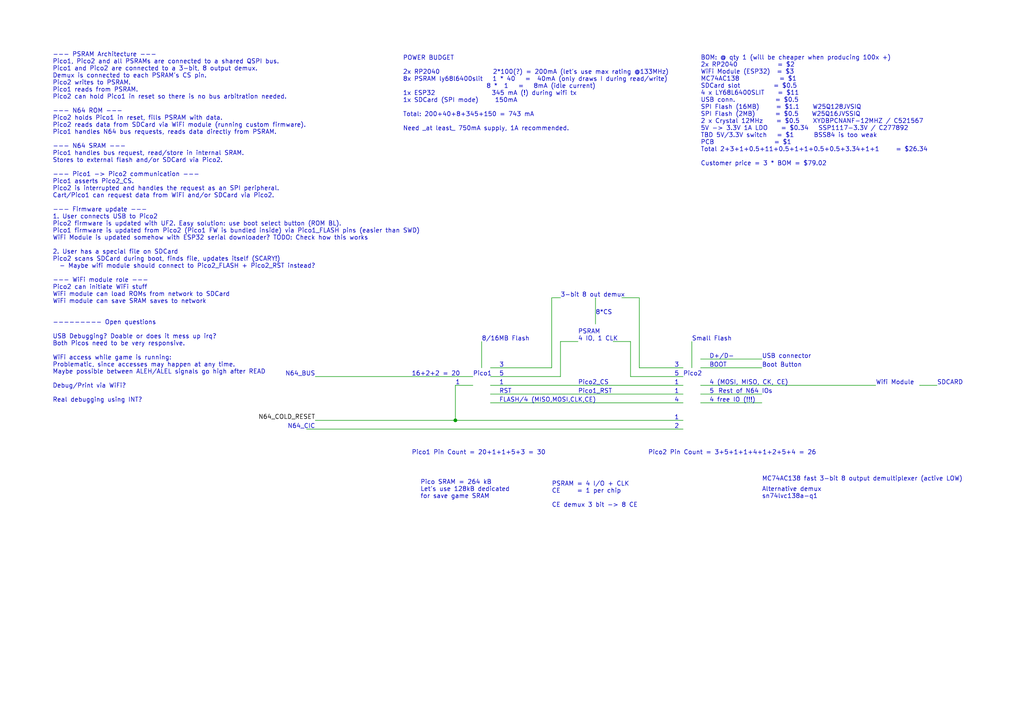
<source format=kicad_sch>
(kicad_sch (version 20211123) (generator eeschema)
  (paper "A4")
  (lib_symbols
    (symbol "Connector:Micro_SD_Card_Det" (pin_names (offset 1.016))
      (property "Reference" "J" (at -16.51 17.78 0))
      (property "Value" "Micro_SD_Card_Det" (at 16.51 17.78 0))
      (symbol "Micro_SD_Card_Det_0_1"
        (rectangle (start -7.62 -6.985) (end -5.08 -8.255) (fill (type outline)))
        (rectangle (start -7.62 -4.445) (end -5.08 -5.715) (fill (type outline)))
        (rectangle (start -7.62 -1.905) (end -5.08 -3.175) (fill (type outline)))
        (rectangle (start -7.62 0.635) (end -5.08 -0.635) (fill (type outline)))
        (rectangle (start -7.62 3.175) (end -5.08 1.905) (fill (type outline)))
        (rectangle (start -7.62 5.715) (end -5.08 4.445) (fill (type outline)))
        (rectangle (start -7.62 8.255) (end -5.08 6.985) (fill (type outline)))
        (rectangle (start -7.62 10.795) (end -5.08 9.525) (fill (type outline)))
        (polyline (pts (xy 16.51 15.24) (xy 16.51 16.51) (xy -19.05 16.51) (xy -19.05 -16.51) (xy 16.51 -16.51) (xy 16.51 -8.89)) (stroke (width 0.254)))
        (polyline (pts (xy -8.89 -8.89) (xy -8.89 11.43) (xy -1.27 11.43) (xy 2.54 15.24) (xy 3.81 15.24) (xy 3.81 13.97) (xy 6.35 13.97) (xy 7.62 15.24) (xy 20.32 15.24) (xy 20.32 -8.89) (xy -8.89 -8.89)) (stroke (width 0.254)) (fill (type background)))
      )
      (symbol "Micro_SD_Card_Det_1_1"
        (pin bidirectional line (at -22.86 10.16 0) (length 3.81) (name "DAT2") (number "1"))
        (pin passive line (at -22.86 -10.16 0) (length 3.81) (name "DET_A") (number "10"))
        (pin passive line (at 20.32 -12.7 180) (length 3.81) (name "SHIELD") (number "11"))
        (pin bidirectional line (at -22.86 7.62 0) (length 3.81) (name "DAT3/CD") (number "2"))
        (pin input line (at -22.86 5.08 0) (length 3.81) (name "CMD") (number "3"))
        (pin power_in line (at -22.86 2.54 0) (length 3.81) (name "VDD") (number "4"))
        (pin input line (at -22.86 0 0) (length 3.81) (name "CLK") (number "5"))
        (pin power_in line (at -22.86 -2.54 0) (length 3.81) (name "VSS") (number "6"))
        (pin bidirectional line (at -22.86 -5.08 0) (length 3.81) (name "DAT0") (number "7"))
        (pin bidirectional line (at -22.86 -7.62 0) (length 3.81) (name "DAT1") (number "8"))
        (pin passive line (at -22.86 -12.7 0) (length 3.81) (name "DET_B") (number "9"))
      )
    )
    (symbol "Connector_Generic:Conn_01x05" (pin_names (offset 1.016) hide)
      (property "Reference" "J" (at 0 7.62 0))
      (property "Value" "Conn_01x05" (at 0 -7.62 0))
      (symbol "Conn_01x05_1_1"
        (rectangle (start -1.27 -4.953) (end 0 -5.207) (stroke (width 0.1524)))
        (rectangle (start -1.27 -2.413) (end 0 -2.667) (stroke (width 0.1524)))
        (rectangle (start -1.27 0.127) (end 0 -0.127) (stroke (width 0.1524)))
        (rectangle (start -1.27 2.667) (end 0 2.413) (stroke (width 0.1524)))
        (rectangle (start -1.27 5.207) (end 0 4.953) (stroke (width 0.1524)))
        (rectangle (start -1.27 6.35) (end 1.27 -6.35) (stroke (width 0.254)) (fill (type background)))
        (pin passive line (at -5.08 5.08 0) (length 3.81) (name "Pin_1") (number "1"))
        (pin passive line (at -5.08 2.54 0) (length 3.81) (name "Pin_2") (number "2"))
        (pin passive line (at -5.08 0 0) (length 3.81) (name "Pin_3") (number "3"))
        (pin passive line (at -5.08 -2.54 0) (length 3.81) (name "Pin_4") (number "4"))
        (pin passive line (at -5.08 -5.08 0) (length 3.81) (name "Pin_5") (number "5"))
      )
    )
    (symbol "Connector_Generic:Conn_02x06_Odd_Even" (pin_names (offset 1.016) hide)
      (property "Reference" "J" (at 1.27 7.62 0))
      (property "Value" "Conn_02x06_Odd_Even" (at 1.27 -10.16 0))
      (symbol "Conn_02x06_Odd_Even_1_1"
        (rectangle (start -1.27 -7.493) (end 0 -7.747) (stroke (width 0.1524)))
        (rectangle (start -1.27 -4.953) (end 0 -5.207) (stroke (width 0.1524)))
        (rectangle (start -1.27 -2.413) (end 0 -2.667) (stroke (width 0.1524)))
        (rectangle (start -1.27 0.127) (end 0 -0.127) (stroke (width 0.1524)))
        (rectangle (start -1.27 2.667) (end 0 2.413) (stroke (width 0.1524)))
        (rectangle (start -1.27 5.207) (end 0 4.953) (stroke (width 0.1524)))
        (rectangle (start -1.27 6.35) (end 3.81 -8.89) (stroke (width 0.254)) (fill (type background)))
        (rectangle (start 3.81 -7.493) (end 2.54 -7.747) (stroke (width 0.1524)))
        (rectangle (start 3.81 -4.953) (end 2.54 -5.207) (stroke (width 0.1524)))
        (rectangle (start 3.81 -2.413) (end 2.54 -2.667) (stroke (width 0.1524)))
        (rectangle (start 3.81 0.127) (end 2.54 -0.127) (stroke (width 0.1524)))
        (rectangle (start 3.81 2.667) (end 2.54 2.413) (stroke (width 0.1524)))
        (rectangle (start 3.81 5.207) (end 2.54 4.953) (stroke (width 0.1524)))
        (pin passive line (at -5.08 5.08 0) (length 3.81) (name "Pin_1") (number "1"))
        (pin passive line (at 7.62 -5.08 180) (length 3.81) (name "Pin_10") (number "10"))
        (pin passive line (at -5.08 -7.62 0) (length 3.81) (name "Pin_11") (number "11"))
        (pin passive line (at 7.62 -7.62 180) (length 3.81) (name "Pin_12") (number "12"))
        (pin passive line (at 7.62 5.08 180) (length 3.81) (name "Pin_2") (number "2"))
        (pin passive line (at -5.08 2.54 0) (length 3.81) (name "Pin_3") (number "3"))
        (pin passive line (at 7.62 2.54 180) (length 3.81) (name "Pin_4") (number "4"))
        (pin passive line (at -5.08 0 0) (length 3.81) (name "Pin_5") (number "5"))
        (pin passive line (at 7.62 0 180) (length 3.81) (name "Pin_6") (number "6"))
        (pin passive line (at -5.08 -2.54 0) (length 3.81) (name "Pin_7") (number "7"))
        (pin passive line (at 7.62 -2.54 180) (length 3.81) (name "Pin_8") (number "8"))
        (pin passive line (at -5.08 -5.08 0) (length 3.81) (name "Pin_9") (number "9"))
      )
    )
    (symbol "Jumper:SolderJumper_2_Open" (pin_names (offset 0) hide)
      (property "Reference" "JP" (at 0 2.032 0))
      (property "Value" "SolderJumper_2_Open" (at 0 -2.54 0))
      (symbol "SolderJumper_2_Open_0_1"
        (arc (start -0.254 1.016) (mid -1.27 0) (end -0.254 -1.016))
        (arc (start -0.254 1.016) (mid -1.27 0) (end -0.254 -1.016) (fill (type outline)))
        (polyline (pts (xy -0.254 1.016) (xy -0.254 -1.016)))
        (polyline (pts (xy 0.254 1.016) (xy 0.254 -1.016)))
        (arc (start 0.254 -1.016) (mid 1.27 0) (end 0.254 1.016))
        (arc (start 0.254 -1.016) (mid 1.27 0) (end 0.254 1.016) (fill (type outline)))
      )
      (symbol "SolderJumper_2_Open_1_1"
        (pin passive line (at -3.81 0 0) (length 2.54) (name "A") (number "1"))
        (pin passive line (at 3.81 0 180) (length 2.54) (name "B") (number "2"))
      )
    )
    (symbol "RP2040_Stamp:RP2040_Stamp"
      (property "Reference" "U" (at 10.16 43.18 0))
      (property "Value" "RP2040_Stamp" (at 0 -38.1 0))
      (symbol "RP2040_Stamp_0_0"
        (text "IN" (at -4.445 39.37 0) (effects (font (size 1.27 1.27)) (justify left)))
        (text "OUT" (at -4.445 36.83 0) (effects (font (size 1.27 1.27)) (justify left)))
        (pin bidirectional line (at 12.7 39.37 180) (length 2.54) (name "GPIO0") (number "1"))
        (pin bidirectional line (at 12.7 16.51 180) (length 2.54) (name "GPIO9") (number "10"))
        (pin bidirectional line (at 12.7 13.97 180) (length 2.54) (name "GPIO10") (number "11"))
        (pin bidirectional line (at 12.7 11.43 180) (length 2.54) (name "GPIO11") (number "12"))
        (pin bidirectional line (at 12.7 8.89 180) (length 2.54) (name "GPIO12") (number "13"))
        (pin bidirectional line (at 12.7 6.35 180) (length 2.54) (name "GPIO13") (number "14"))
        (pin bidirectional line (at 12.7 3.81 180) (length 2.54) (name "GPIO14") (number "15"))
        (pin bidirectional line (at 12.7 1.27 180) (length 2.54) (name "GPIO15") (number "16"))
        (pin bidirectional line (at 12.7 -1.27 180) (length 2.54) (name "GPIO16") (number "17"))
        (pin bidirectional line (at 12.7 -3.81 180) (length 2.54) (name "GPIO17") (number "18"))
        (pin bidirectional line (at 12.7 -6.35 180) (length 2.54) (name "GPIO18") (number "19"))
        (pin bidirectional line (at 12.7 36.83 180) (length 2.54) (name "GPIO1") (number "2"))
        (pin bidirectional line (at 12.7 -8.89 180) (length 2.54) (name "GPIO19") (number "20"))
        (pin bidirectional line (at 12.7 -11.43 180) (length 2.54) (name "GPIO20") (number "21"))
        (pin bidirectional line (at 12.7 -13.97 180) (length 2.54) (name "GPIO21") (number "22"))
        (pin bidirectional line (at 12.7 -16.51 180) (length 2.54) (name "GPIO22") (number "23"))
        (pin bidirectional line (at 12.7 -19.05 180) (length 2.54) (name "GPIO23") (number "24"))
        (pin bidirectional line (at 12.7 -21.59 180) (length 2.54) (name "GPIO24") (number "25"))
        (pin bidirectional line (at 12.7 -24.13 180) (length 2.54) (name "GPIO25") (number "26"))
        (pin bidirectional line (at 12.7 -26.67 180) (length 2.54) (name "GPIO26") (number "27"))
        (pin bidirectional line (at 12.7 -29.21 180) (length 2.54) (name "GPIO27") (number "28"))
        (pin bidirectional line (at 12.7 -31.75 180) (length 2.54) (name "GPIO28") (number "29"))
        (pin bidirectional line (at 12.7 34.29 180) (length 2.54) (name "GPIO2") (number "3"))
        (pin bidirectional line (at 12.7 -34.29 180) (length 2.54) (name "GPIO29") (number "30"))
        (pin power_in line (at -12.7 -34.29 0) (length 2.54) (name "GND") (number "31"))
        (pin power_in line (at -12.7 34.29 0) (length 2.54) (name "VBAT") (number "32"))
        (pin power_in line (at -12.7 39.37 0) (length 2.54) (name "5V") (number "33"))
        (pin power_out line (at -12.7 36.83 0) (length 2.54) (name "3.3V") (number "34"))
        (pin bidirectional line (at -12.7 19.05 0) (length 2.54) (name "USB_D-") (number "35"))
        (pin bidirectional line (at -12.7 16.51 0) (length 2.54) (name "USB_D+") (number "36"))
        (pin bidirectional line (at -12.7 11.43 0) (length 2.54) (name "SWDIO") (number "37"))
        (pin input line (at -12.7 8.89 0) (length 2.54) (name "SWCLK") (number "38"))
        (pin bidirectional line (at -12.7 24.13 0) (length 2.54) (name "~{RESET}") (number "39"))
        (pin bidirectional line (at 12.7 31.75 180) (length 2.54) (name "GPIO3") (number "4"))
        (pin input line (at -12.7 29.21 0) (length 2.54) (name "BOOTSEL") (number "40"))
        (pin bidirectional line (at 12.7 29.21 180) (length 2.54) (name "GPIO4") (number "5"))
        (pin bidirectional line (at 12.7 26.67 180) (length 2.54) (name "GPIO5") (number "6"))
        (pin bidirectional line (at 12.7 24.13 180) (length 2.54) (name "GPIO6") (number "7"))
        (pin bidirectional line (at 12.7 21.59 180) (length 2.54) (name "GPIO7") (number "8"))
        (pin bidirectional line (at 12.7 19.05 180) (length 2.54) (name "GPIO8") (number "9"))
      )
      (symbol "RP2040_Stamp_0_1"
        (rectangle (start -10.16 41.91) (end 10.16 -36.83) (stroke (width 0.1524)) (fill (type background)))
      )
    )
    (symbol "Switch:SW_Push" (pin_numbers hide) (pin_names (offset 1.016) hide)
      (property "Reference" "SW" (at 1.27 2.54 0))
      (property "Value" "SW_Push" (at 0 -1.524 0))
      (symbol "SW_Push_0_1"
        (circle (center -2.032 0) (radius 0.508))
        (polyline (pts (xy 0 1.27) (xy 0 3.048)))
        (polyline (pts (xy 2.54 1.27) (xy -2.54 1.27)))
        (circle (center 2.032 0) (radius 0.508))
        (pin passive line (at -5.08 0 0) (length 2.54) (name "1") (number "1"))
        (pin passive line (at 5.08 0 180) (length 2.54) (name "2") (number "2"))
      )
    )
    (symbol "n64-cartridge:N64-Cartridge" (pin_names (offset 1.016))
      (property "Reference" "U?" (at -0.635 38.1 0))
      (property "Value" "N64-Cartridge" (at -0.635 34.29 0))
      (symbol "N64-Cartridge_0_1"
        (rectangle (start -17.78 33.02) (end 17.78 -33.02) (fill (type background)))
      )
      (symbol "N64-Cartridge_1_1"
        (pin passive line (at -25.4 30.48 0) (length 7.62) (name "GND") (number "1"))
        (pin passive line (at -25.4 7.62 0) (length 7.62) (name "READ") (number "10"))
        (pin passive line (at -25.4 5.08 0) (length 7.62) (name "AD11") (number "11"))
        (pin passive line (at -25.4 2.54 0) (length 7.62) (name "AD10") (number "12"))
        (pin passive line (at -25.4 0 0) (length 7.62) (name "12V") (number "13"))
        (pin passive line (at -25.4 -2.54 0) (length 7.62) (name "12V_EXP") (number "14"))
        (pin passive line (at -25.4 -5.08 0) (length 7.62) (name "AD9") (number "15"))
        (pin passive line (at -25.4 -7.62 0) (length 7.62) (name "AD8") (number "16"))
        (pin passive line (at -25.4 -10.16 0) (length 7.62) (name "VCC") (number "17"))
        (pin passive line (at -25.4 -12.7 0) (length 7.62) (name "u3_15") (number "18"))
        (pin passive line (at -25.4 -15.24 0) (length 7.62) (name "1.6mHz") (number "19"))
        (pin passive line (at -25.4 27.94 0) (length 7.62) (name "GND") (number "2"))
        (pin passive line (at -25.4 -17.78 0) (length 7.62) (name "COLD_RESET") (number "20"))
        (pin passive line (at -25.4 -20.32 0) (length 7.62) (name "S_DAT") (number "21"))
        (pin passive line (at -25.4 -22.86 0) (length 7.62) (name "GND") (number "22"))
        (pin passive line (at -25.4 -25.4 0) (length 7.62) (name "GND") (number "23"))
        (pin passive line (at -25.4 -27.94 0) (length 7.62) (name "LAUDIO") (number "24"))
        (pin passive line (at -25.4 -30.48 0) (length 7.62) (name "GND") (number "25"))
        (pin passive line (at 25.4 30.48 180) (length 7.62) (name "GND") (number "26"))
        (pin passive line (at 25.4 27.94 180) (length 7.62) (name "GND") (number "27"))
        (pin passive line (at 25.4 25.4 180) (length 7.62) (name "AD0") (number "28"))
        (pin passive line (at 25.4 22.86 180) (length 7.62) (name "AD1") (number "29"))
        (pin passive line (at -25.4 25.4 0) (length 7.62) (name "AD15") (number "3"))
        (pin passive line (at 25.4 20.32 180) (length 7.62) (name "AD2") (number "30"))
        (pin passive line (at 25.4 17.78 180) (length 7.62) (name "GND") (number "31"))
        (pin passive line (at 25.4 15.24 180) (length 7.62) (name "AD3") (number "32"))
        (pin passive line (at 25.4 12.7 180) (length 7.62) (name "aleL") (number "33"))
        (pin passive line (at 25.4 10.16 180) (length 7.62) (name "VCC") (number "34"))
        (pin passive line (at 25.4 7.62 180) (length 7.62) (name "aleH") (number "35"))
        (pin passive line (at 25.4 5.08 180) (length 7.62) (name "AD4") (number "36"))
        (pin passive line (at 25.4 2.54 180) (length 7.62) (name "AD5") (number "37"))
        (pin passive line (at 25.4 0 180) (length 7.62) (name "12V_EXP") (number "38"))
        (pin passive line (at 25.4 -2.54 180) (length 7.62) (name "12V") (number "39"))
        (pin passive line (at -25.4 22.86 0) (length 7.62) (name "AD14") (number "4"))
        (pin passive line (at 25.4 -5.08 180) (length 7.62) (name "AD6") (number "40"))
        (pin passive line (at 25.4 -7.62 180) (length 7.62) (name "AD7") (number "41"))
        (pin passive line (at 25.4 -10.16 180) (length 7.62) (name "VCC") (number "42"))
        (pin passive line (at 25.4 -12.7 180) (length 7.62) (name "u3_14") (number "43"))
        (pin passive line (at 25.4 -15.24 180) (length 7.62) (name "NC") (number "44"))
        (pin passive line (at 25.4 -17.78 180) (length 7.62) (name "os_event_cart") (number "45"))
        (pin passive line (at 25.4 -20.32 180) (length 7.62) (name "NC") (number "46"))
        (pin passive line (at 25.4 -22.86 180) (length 7.62) (name "GND") (number "47"))
        (pin passive line (at 25.4 -25.4 180) (length 7.62) (name "GND") (number "48"))
        (pin passive line (at 25.4 -27.94 180) (length 7.62) (name "RAUDIO") (number "49"))
        (pin passive line (at -25.4 20.32 0) (length 7.62) (name "AD13") (number "5"))
        (pin passive line (at 25.4 -30.48 180) (length 7.62) (name "GND") (number "50"))
        (pin passive line (at -25.4 17.78 0) (length 7.62) (name "GND") (number "6"))
        (pin passive line (at -25.4 15.24 0) (length 7.62) (name "AD12") (number "7"))
        (pin passive line (at -25.4 12.7 0) (length 7.62) (name "WRITE") (number "8"))
        (pin passive line (at -25.4 10.16 0) (length 7.62) (name "VCC") (number "9"))
      )
    )
    (symbol "power:+3V3" (power) (pin_names (offset 0))
      (property "Value" "+3V3" (at 0 3.556 0))
      (symbol "+3V3_0_1"
        (polyline (pts (xy -0.762 1.27) (xy 0 2.54)))
        (polyline (pts (xy 0 0) (xy 0 2.54)))
        (polyline (pts (xy 0 2.54) (xy 0.762 1.27)))
      )
      (symbol "+3V3_1_1"
        (pin power_in line (at 0 0 90) (length 0) hide (name "+3V3") (number "1"))
      )
    )
    (symbol "power:GND" (power) (pin_names (offset 0))
      (property "Value" "GND" (at 0 -3.81 0))
      (symbol "GND_0_1"
        (polyline (pts (xy 0 0) (xy 0 -1.27) (xy 1.27 -1.27) (xy 0 -2.54) (xy -1.27 -1.27) (xy 0 -1.27)))
      )
      (symbol "GND_1_1"
        (pin power_in line (at 0 0 270) (length 0) hide (name "GND") (number "1"))
      )
    )
    (symbol "power:VBUS" (power) (pin_names (offset 0))
      (property "Value" "VBUS" (at 0 3.81 0))
      (symbol "VBUS_0_1"
        (polyline (pts (xy -0.762 1.27) (xy 0 2.54)))
        (polyline (pts (xy 0 0) (xy 0 2.54)))
        (polyline (pts (xy 0 2.54) (xy 0.762 1.27)))
      )
      (symbol "VBUS_1_1"
        (pin power_in line (at 0 0 90) (length 0) hide (name "VBUS") (number "1"))
      )
    )
  )
  (junction (at 132.08 121.92))
  (no_connect (at 434.34 66.04))
  (no_connect (at 485.14 66.04))
  (no_connect (at 403.86 137.16))
  (no_connect (at 434.34 63.5))
  (no_connect (at 335.28 38.1))
  (no_connect (at 485.14 83.82))
  (no_connect (at 485.14 63.5))
  (no_connect (at 485.14 91.44))
  (no_connect (at 434.34 91.44))
  (polyline (pts (xy 383.54 30.48) (xy 383.54 86.36)))
  (wire (pts (xy 360.68 91.44) (xy 382.27 91.44)))
  (wire (pts (xy 360.68 48.26) (xy 365.76 48.26)))
  (wire (pts (xy 441.96 147.32) (xy 447.04 147.32)))
  (wire (pts (xy 182.88 109.22) (xy 182.88 99.06)))
  (wire (pts (xy 349.25 139.7) (xy 349.25 144.78)))
  (wire (pts (xy 485.14 93.98) (xy 495.3 93.98)))
  (wire (pts (xy 429.26 76.2) (xy 434.34 76.2)))
  (wire (pts (xy 424.18 45.72) (xy 434.34 45.72)))
  (wire (pts (xy 429.26 40.64) (xy 434.34 40.64)))
  (wire (pts (xy 429.26 53.34) (xy 434.34 53.34)))
  (wire (pts (xy 389.89 99.06) (xy 396.24 99.06)))
  (wire (pts (xy 485.14 88.9) (xy 495.3 88.9)))
  (wire (pts (xy 360.68 71.12) (xy 365.76 71.12)))
  (wire (pts (xy 330.2 53.34) (xy 335.28 53.34)))
  (wire (pts (xy 441.96 129.54) (xy 447.04 129.54)))
  (wire (pts (xy 424.18 93.98) (xy 434.34 93.98)))
  (wire (pts (xy 360.68 78.74) (xy 365.76 78.74)))
  (wire (pts (xy 360.68 83.82) (xy 365.76 83.82)))
  (wire (pts (xy 429.26 71.12) (xy 434.34 71.12)))
  (wire (pts (xy 441.96 142.24) (xy 447.04 142.24)))
  (wire (pts (xy 429.26 50.8) (xy 434.34 50.8)))
  (wire (pts (xy 203.2 111.76) (xy 254 111.76)))
  (wire (pts (xy 162.56 99.06) (xy 167.64 99.06)))
  (wire (pts (xy 381 129.54) (xy 386.08 129.54)))
  (wire (pts (xy 330.2 55.88) (xy 335.28 55.88)))
  (wire (pts (xy 485.14 71.12) (xy 490.22 71.12)))
  (wire (pts (xy 360.68 76.2) (xy 365.76 76.2)))
  (wire (pts (xy 132.08 121.92) (xy 132.08 111.76)))
  (wire (pts (xy 485.14 40.64) (xy 490.22 40.64)))
  (wire (pts (xy 142.24 109.22) (xy 162.56 109.22)))
  (wire (pts (xy 360.68 73.66) (xy 365.76 73.66)))
  (wire (pts (xy 360.68 53.34) (xy 365.76 53.34)))
  (wire (pts (xy 485.14 38.1) (xy 490.22 38.1)))
  (wire (pts (xy 360.68 38.1) (xy 365.76 38.1)))
  (wire (pts (xy 429.26 60.96) (xy 434.34 60.96)))
  (wire (pts (xy 424.18 86.36) (xy 434.34 86.36)))
  (wire (pts (xy 360.68 40.64) (xy 365.76 40.64)))
  (wire (pts (xy 200.66 99.06) (xy 200.66 106.68)))
  (wire (pts (xy 485.14 58.42) (xy 490.22 58.42)))
  (wire (pts (xy 266.7 111.76) (xy 271.78 111.76)))
  (wire (pts (xy 424.18 35.56) (xy 434.34 35.56)))
  (wire (pts (xy 429.26 83.82) (xy 434.34 83.82)))
  (wire (pts (xy 360.68 60.96) (xy 365.76 60.96)))
  (wire (pts (xy 360.68 66.04) (xy 365.76 66.04)))
  (wire (pts (xy 132.08 121.92) (xy 198.12 121.92)))
  (wire (pts (xy 485.14 43.18) (xy 490.22 43.18)))
  (wire (pts (xy 381 132.08) (xy 386.08 132.08)))
  (wire (pts (xy 330.2 106.68) (xy 335.28 106.68)))
  (wire (pts (xy 398.78 134.62) (xy 403.86 134.62)))
  (wire (pts (xy 485.14 60.96) (xy 490.22 60.96)))
  (polyline (pts (xy 368.3 30.48) (xy 381 30.48)))
  (wire (pts (xy 381 137.16) (xy 386.08 137.16)))
  (wire (pts (xy 132.08 111.76) (xy 137.16 111.76)))
  (wire (pts (xy 389.89 96.52) (xy 396.24 96.52)))
  (wire (pts (xy 485.14 73.66) (xy 490.22 73.66)))
  (wire (pts (xy 429.26 139.7) (xy 447.04 139.7)))
  (wire (pts (xy 330.2 27.94) (xy 330.2 33.02)))
  (wire (pts (xy 360.68 63.5) (xy 365.76 63.5)))
  (wire (pts (xy 485.14 35.56) (xy 495.3 35.56)))
  (wire (pts (xy 360.68 68.58) (xy 365.76 68.58)))
  (wire (pts (xy 198.12 106.68) (xy 185.42 106.68)))
  (polyline (pts (xy 368.3 86.36) (xy 383.54 86.36)))
  (wire (pts (xy 429.26 55.88) (xy 434.34 55.88)))
  (wire (pts (xy 198.12 109.22) (xy 182.88 109.22)))
  (wire (pts (xy 441.96 127) (xy 447.04 127)))
  (polyline (pts (xy 414.02 83.82) (xy 414.02 101.6)))
  (wire (pts (xy 360.68 86.36) (xy 365.76 86.36)))
  (wire (pts (xy 142.24 116.84) (xy 198.12 116.84)))
  (wire (pts (xy 360.68 106.68) (xy 365.76 106.68)))
  (wire (pts (xy 203.2 114.3) (xy 220.98 114.3)))
  (wire (pts (xy 360.68 101.6) (xy 365.76 101.6)))
  (wire (pts (xy 203.2 104.14) (xy 220.98 104.14)))
  (polyline (pts (xy 414.02 101.6) (xy 393.7 101.6)))
  (wire (pts (xy 381 142.24) (xy 386.08 142.24)))
  (wire (pts (xy 185.42 106.68) (xy 185.42 86.36)))
  (wire (pts (xy 485.14 53.34) (xy 490.22 53.34)))
  (wire (pts (xy 360.68 43.18) (xy 365.76 43.18)))
  (wire (pts (xy 495.3 149.86) (xy 490.22 149.86)))
  (wire (pts (xy 142.24 114.3) (xy 198.12 114.3)))
  (wire (pts (xy 360.68 58.42) (xy 365.76 58.42)))
  (wire (pts (xy 360.68 35.56) (xy 365.76 35.56)))
  (wire (pts (xy 398.78 132.08) (xy 403.86 132.08)))
  (wire (pts (xy 429.26 38.1) (xy 434.34 38.1)))
  (wire (pts (xy 360.68 33.02) (xy 365.76 33.02)))
  (wire (pts (xy 160.02 86.36) (xy 160.02 106.68)))
  (wire (pts (xy 344.17 137.16) (xy 349.25 137.16)))
  (wire (pts (xy 360.68 99.06) (xy 382.27 99.06)))
  (wire (pts (xy 330.2 111.76) (xy 330.2 106.68)))
  (wire (pts (xy 344.17 134.62) (xy 349.25 134.62)))
  (polyline (pts (xy 381 30.48) (xy 383.54 30.48)))
  (wire (pts (xy 485.14 78.74) (xy 490.22 78.74)))
  (wire (pts (xy 203.2 106.68) (xy 220.98 106.68)))
  (wire (pts (xy 485.14 55.88) (xy 490.22 55.88)))
  (wire (pts (xy 203.2 116.84) (xy 220.98 116.84)))
  (wire (pts (xy 330.2 60.96) (xy 335.28 60.96)))
  (wire (pts (xy 177.8 99.06) (xy 182.88 99.06)))
  (wire (pts (xy 142.24 111.76) (xy 198.12 111.76)))
  (wire (pts (xy 360.68 104.14) (xy 365.76 104.14)))
  (wire (pts (xy 360.68 88.9) (xy 365.76 88.9)))
  (wire (pts (xy 441.96 149.86) (xy 447.04 149.86)))
  (wire (pts (xy 429.26 43.18) (xy 434.34 43.18)))
  (wire (pts (xy 360.68 45.72) (xy 365.76 45.72)))
  (wire (pts (xy 360.68 93.98) (xy 382.27 93.98)))
  (wire (pts (xy 424.18 33.02) (xy 434.34 33.02)))
  (wire (pts (xy 424.18 88.9) (xy 434.34 88.9)))
  (wire (pts (xy 398.78 129.54) (xy 403.86 129.54)))
  (wire (pts (xy 429.26 48.26) (xy 434.34 48.26)))
  (wire (pts (xy 441.96 149.86) (xy 441.96 154.94)))
  (polyline (pts (xy 393.7 83.82) (xy 414.02 83.82)))
  (wire (pts (xy 307.34 48.26) (xy 307.34 43.18)))
  (wire (pts (xy 495.3 154.94) (xy 495.3 149.86)))
  (wire (pts (xy 485.14 33.02) (xy 495.3 33.02)))
  (wire (pts (xy 344.17 132.08) (xy 349.25 132.08)))
  (wire (pts (xy 160.02 86.36) (xy 162.56 86.36)))
  (wire (pts (xy 485.14 68.58) (xy 490.22 68.58)))
  (wire (pts (xy 344.17 129.54) (xy 349.25 129.54)))
  (wire (pts (xy 485.14 86.36) (xy 495.3 86.36)))
  (wire (pts (xy 398.78 139.7) (xy 403.86 139.7)))
  (wire (pts (xy 441.96 144.78) (xy 447.04 144.78)))
  (wire (pts (xy 389.89 93.98) (xy 396.24 93.98)))
  (wire (pts (xy 162.56 109.22) (xy 162.56 99.06)))
  (wire (pts (xy 88.9 124.46) (xy 198.12 124.46)))
  (wire (pts (xy 398.78 137.16) (xy 403.86 137.16)))
  (wire (pts (xy 360.68 96.52) (xy 382.27 96.52)))
  (wire (pts (xy 360.68 81.28) (xy 365.76 81.28)))
  (wire (pts (xy 322.58 43.18) (xy 335.28 43.18)))
  (wire (pts (xy 307.34 43.18) (xy 312.42 43.18)))
  (wire (pts (xy 429.26 81.28) (xy 434.34 81.28)))
  (wire (pts (xy 330.2 33.02) (xy 335.28 33.02)))
  (wire (pts (xy 429.26 78.74) (xy 434.34 78.74)))
  (wire (pts (xy 398.78 142.24) (xy 403.86 142.24)))
  (wire (pts (xy 429.26 68.58) (xy 434.34 68.58)))
  (wire (pts (xy 322.58 27.94) (xy 322.58 35.56)))
  (wire (pts (xy 360.68 50.8) (xy 365.76 50.8)))
  (wire (pts (xy 485.14 81.28) (xy 490.22 81.28)))
  (wire (pts (xy 142.24 106.68) (xy 160.02 106.68)))
  (wire (pts (xy 330.2 63.5) (xy 335.28 63.5)))
  (polyline (pts (xy 393.7 83.82) (xy 393.7 101.6)))
  (wire (pts (xy 322.58 35.56) (xy 335.28 35.56)))
  (wire (pts (xy 485.14 48.26) (xy 490.22 48.26)))
  (wire (pts (xy 485.14 45.72) (xy 495.3 45.72)))
  (wire (pts (xy 429.26 73.66) (xy 434.34 73.66)))
  (wire (pts (xy 91.44 109.22) (xy 137.16 109.22)))
  (wire (pts (xy 381 134.62) (xy 386.08 134.62)))
  (wire (pts (xy 180.34 86.36) (xy 185.42 86.36)))
  (wire (pts (xy 441.96 137.16) (xy 447.04 137.16)))
  (wire (pts (xy 330.2 48.26) (xy 335.28 48.26)))
  (wire (pts (xy 139.7 99.06) (xy 139.7 106.68)))
  (wire (pts (xy 429.26 134.62) (xy 447.04 134.62)))
  (wire (pts (xy 381 139.7) (xy 386.08 139.7)))
  (wire (pts (xy 349.25 127) (xy 349.25 129.54)))
  (wire (pts (xy 360.68 55.88) (xy 365.76 55.88)))
  (wire (pts (xy 172.72 86.36) (xy 172.72 93.98)))
  (wire (pts (xy 485.14 50.8) (xy 490.22 50.8)))
  (wire (pts (xy 441.96 132.08) (xy 447.04 132.08)))
  (wire (pts (xy 429.26 58.42) (xy 434.34 58.42)))
  (wire (pts (xy 485.14 76.2) (xy 490.22 76.2)))
  (wire (pts (xy 389.89 91.44) (xy 396.24 91.44)))
  (wire (pts (xy 344.17 139.7) (xy 349.25 139.7)))
  (wire (pts (xy 91.44 121.92) (xy 132.08 121.92)))
  (text "4" (at 195.58 116.84 0) (effects (font (size 1.27 1.27)) (justify left bottom)))
  (text "3" (at 144.78 106.68 0) (effects (font (size 1.27 1.27)) (justify left bottom)))
  (text "5" (at 144.78 109.22 0) (effects (font (size 1.27 1.27)) (justify left bottom)))
  (text "Pico1_RST" (at 167.64 114.3 0) (effects (font (size 1.27 1.27)) (justify left bottom)))
  (text "1" (at 195.58 111.76 0) (effects (font (size 1.27 1.27)) (justify left bottom)))
  (text "N64_BUS" (at 91.44 109.22 180) (effects (font (size 1.27 1.27)) (justify right bottom)))
  (text "Pico2_CS" (at 167.64 111.76 0) (effects (font (size 1.27 1.27)) (justify left bottom)))
  (text "8/16MB Flash" (at 139.7 99.06 0) (effects (font (size 1.27 1.27)) (justify left bottom)))
  (text "FLASH/4 (MISO,MOSI,CLK,CE)" (at 144.78 116.84 0) (effects (font (size 1.27 1.27)) (justify left bottom)))
  (text "PSRAM \n4 IO, 1 CLK" (at 167.64 99.06 0) (effects (font (size 1.27 1.27)) (justify left bottom)))
  (text "BOOT" (at 205.74 106.68 0) (effects (font (size 1.27 1.27)) (justify left bottom)))
  (text "Boot Button" (at 220.98 106.68 0) (effects (font (size 1.27 1.27)) (justify left bottom)))
  (text "Absolute minimum" (at 368.3 30.48 0) (effects (font (size 1.27 1.27)) (justify left bottom)))
  (text "1" (at 195.58 114.3 0) (effects (font (size 1.27 1.27)) (justify left bottom)))
  (text "1" (at 195.58 121.92 0) (effects (font (size 1.27 1.27)) (justify left bottom)))
  (text "3" (at 195.58 106.68 0) (effects (font (size 1.27 1.27)) (justify left bottom)))
  (text "Pico2" (at 198.12 109.22 0) (effects (font (size 1.27 1.27)) (justify left bottom)))
  (text "5" (at 195.58 109.22 0) (effects (font (size 1.27 1.27)) (justify left bottom)))
  (text "Not enough I/Os\nto handle these" (at 396.24 88.9 0) (effects (font (size 1.27 1.27)) (justify left bottom)))
  (text "Alternative demux\nsn74lvc138a-q1" (at 220.98 144.78 0) (effects (font (size 1.27 1.27)) (justify left bottom)))
  (text "--- PSRAM Architecture ---\nPico1, Pico2 and all PSRAMs are connected to a shared QSPI bus.\nPico1 and Pico2 are connected to a 3-bit, 8 output demux.\nDemux is connected to each PSRAM's CS pin.\nPico2 writes to PSRAM.\nPico1 reads from PSRAM.\nPico2 can hold Pico1 in reset so there is no bus arbitration needed.\n\n--- N64 ROM ---\nPico2 holds Pico1 in reset, fills PSRAM with data.\nPico2 reads data from SDCard via WiFi module (running custom firmware).\nPico1 handles N64 bus requests, reads data directly from PSRAM.\n\n--- N64 SRAM ---\nPico1 handles bus request, read/store in internal SRAM.\nStores to external flash and/or SDCard via Pico2.\n\n--- Pico1 -> Pico2 communication ---\nPico1 asserts Pico2_CS.\nPico2 is interrupted and handles the request as an SPI peripheral.\nCart/Pico1 can request data from WiFi and/or SDCard via Pico2.\n\n--- Firmware update ---\n1. User connects USB to Pico2\nPico2 firmware is updated with UF2. Easy solution: use boot select button (ROM BL).\nPico1 firmware is updated from Pico2 (Pico1 FW is bundled inside) via Pico1_FLASH pins (easier than SWD)\nWiFi Module is updated somehow with ESP32 serial downloader? TODO: Check how this works\n\n2. User has a special file on SDCard\nPico2 scans SDCard during boot, finds file, updates itself (SCARY!)\n  - Maybe wifi module should connect to Pico2_FLASH + Pico2_RST instead?\n\n--- WiFi module role ---\nPico2 can initiate WiFi stuff\nWiFi module can load ROMs from network to SDCard\nWiFi module can save SRAM saves to network\n\n\n--------- Open questions\n\nUSB Debugging? Doable or does it mess up irq?\nBoth Picos need to be very responsive.\n\nWiFi access while game is running:\nProblematic, since accesses may happen at any time.\nMaybe possible between ALEH/ALEL signals go high after READ\n\nDebug/Print via WiFi?\n\nReal debugging using INT?" (at 15.24 116.84 0) (effects (font (size 1.27 1.27)) (justify left bottom)))
  (text "Pico1 Pin Count = 20+1+1+5+3 = 30" (at 119.38 132.08 0) (effects (font (size 1.27 1.27)) (justify left bottom)))
  (text "Wifi Module" (at 254 111.76 0) (effects (font (size 1.27 1.27)) (justify left bottom)))
  (text "Rest of N64 IOs" (at 208.28 114.3 0) (effects (font (size 1.27 1.27)) (justify left bottom)))
  (text "4 (MOSI, MISO, CK, CE)" (at 205.74 111.76 0) (effects (font (size 1.27 1.27)) (justify left bottom)))
  (text "RST" (at 144.78 114.3 0) (effects (font (size 1.27 1.27)) (justify left bottom)))
  (text "MC74AC138 fast 3-bit 8 output demultiplexer (active LOW)" (at 220.98 139.7 0) (effects (font (size 1.27 1.27)) (justify left bottom)))
  (text "BOM: @ qty 1 (will be cheaper when producing 100x +)\n2x RP2040            = $2\nWiFi Module (ESP32)  = $3\nMC74AC138            = $1\nSDCard slot          = $0.5\n4 x LY68L6400SLIT    = $11\nUSB conn.            = $0.5\nSPI Flash (16MB)     = $1.1    W25Q128JVSIQ\nSPI Flash (2MB)      = $0.5    W25Q16JVSSIQ\n2 x Crystal 12MHz    = $0.5    XYDBPCNANF-12MHZ / C521567\n5V -> 3.3V 1A LDO    = $0.34   SSP1117-3.3V / C277892\nTBD 5V/3.3V switch   = $1      BSS84 is too weak\nPCB                  = $1\nTotal 2+3+1+0.5+11+0.5+1+1+0.5+0.5+3.34+1+1     = $26.34\n\nCustomer price = 3 * BOM = $79.02" (at 203.2 48.26 0) (effects (font (size 1.27 1.27)) (justify left bottom)))
  (text "SDCARD" (at 271.78 111.76 0) (effects (font (size 1.27 1.27)) (justify left bottom)))
  (text "POWER BUDGET\n\n2x RP2040                2*100(?) = 200mA (let's use max rating @133MHz)\n8x PSRAM ly68l6400slit   1 * 40   =  40mA (only draws I during read/write)\n                         8 *  1   =   8mA (idle current)\n1x ESP32                 345 mA (!) during wifi tx\n1x SDCard (SPI mode)     150mA \n\nTotal: 200+40+8+345+150 = 743 mA\n\nNeed _at least_ 750mA supply, 1A recommended." (at 116.84 38.1 0) (effects (font (size 1.27 1.27)) (justify left bottom)))
  (text "4 free IO (!!!)" (at 205.74 116.84 0) (effects (font (size 1.27 1.27)) (justify left bottom)))
  (text "8*CS" (at 172.72 91.44 0) (effects (font (size 1.27 1.27)) (justify left bottom)))
  (text "2" (at 195.58 124.46 0) (effects (font (size 1.27 1.27)) (justify left bottom)))
  (text "USB connector" (at 220.98 104.14 0) (effects (font (size 1.27 1.27)) (justify left bottom)))
  (text "3-bit 8 out demux" (at 162.56 86.36 0) (effects (font (size 1.27 1.27)) (justify left bottom)))
  (text "5" (at 205.74 114.3 0) (effects (font (size 1.27 1.27)) (justify left bottom)))
  (text "Pin 44 is important! Interrupt pin" (at 508 78.74 0) (effects (font (size 1.27 1.27)) (justify left bottom)))
  (text "Pico SRAM = 264 kB\nLet's use 128kB dedicated\nfor save game SRAM" (at 121.92 144.78 0) (effects (font (size 1.27 1.27)) (justify left bottom)))
  (text "Small Flash" (at 200.66 99.06 0) (effects (font (size 1.27 1.27)) (justify left bottom)))
  (text "PSRAM = 4 I/O + CLK\nCE     = 1 per chip\n\nCE demux 3 bit -> 8 CE" (at 160.02 147.32 0) (effects (font (size 1.27 1.27)) (justify left bottom)))
  (text "Pico2 Pin Count = 3+5+1+1+4+1+2+5+4 = 26" (at 187.96 132.08 0) (effects (font (size 1.27 1.27)) (justify left bottom)))
  (text "1" (at 132.08 111.76 0) (effects (font (size 1.27 1.27)) (justify left bottom)))
  (text "N64_CIC" (at 91.44 124.46 180) (effects (font (size 1.27 1.27)) (justify right bottom)))
  (text "D+/D-" (at 205.74 104.14 0) (effects (font (size 1.27 1.27)) (justify left bottom)))
  (text "1" (at 144.78 111.76 0) (effects (font (size 1.27 1.27)) (justify left bottom)))
  (text "Pico1" (at 137.16 109.22 0) (effects (font (size 1.27 1.27)) (justify left bottom)))
  (text "16+2+2 = 20" (at 119.38 109.22 0) (effects (font (size 1.27 1.27)) (justify left bottom)))
  (label "N64_CIC_DIO" (at 429.26 76.2 180))
  (label "N64_SI_CLK" (at 429.26 78.74 180))
  (label "PMOD_2_SIO0" (at 365.76 101.6 0))
  (label "RP_SWDCLK" (at 349.25 134.62 0))
  (label "AD8" (at 365.76 53.34 0))
  (label "N64_VCC" (at 429.26 53.34 180))
  (label "N64_NMI" (at 396.24 104.14 0))
  (label "AD4" (at 365.76 43.18 0))
  (label "~{WRITE}" (at 429.26 50.8 180))
  (label "AD1" (at 365.76 35.56 0))
  (label "PMOD_8_CS1" (at 403.86 137.16 0))
  (label "PMOD_5_SIO2" (at 403.86 129.54 0))
  (label "AD1" (at 490.22 40.64 0))
  (label "PMOD_6_SIO3" (at 365.76 93.98 0))
  (label "RP_SWDCLK" (at 330.2 63.5 180))
  (label "AD11" (at 429.26 58.42 180))
  (label "~{WRITE}" (at 365.76 78.74 0))
  (label "AD15" (at 365.76 71.12 0))
  (label "N64_VCC" (at 429.26 73.66 180))
  (label "AD12" (at 365.76 63.5 0))
  (label "AD11" (at 365.76 60.96 0))
  (label "N64_VCC" (at 490.22 53.34 0))
  (label "AD10" (at 365.76 58.42 0))
  (label "N64_NMI" (at 490.22 81.28 0))
  (label "PMOD_6_SIO3" (at 403.86 132.08 0))
  (label "N64_CIC_DCLK" (at 365.76 83.82 0))
  (label "PMOD_4_SCLK" (at 381 137.16 180))
  (label "PMOD_1_SS" (at 365.76 96.52 0))
  (label "AD3" (at 490.22 48.26 0))
  (label "PMOD_4_SCLK" (at 365.76 99.06 0))
  (label "N64_S_DAT" (at 429.26 83.82 180))
  (label "AD14" (at 365.76 68.58 0))
  (label "AD3" (at 365.76 40.64 0))
  (label "AD9" (at 429.26 68.58 180))
  (label "N64_CIC_DIO" (at 365.76 86.36 0))
  (label "AD7" (at 490.22 71.12 0))
  (label "AD2" (at 365.76 38.1 0))
  (label "N64_S_DAT" (at 396.24 91.44 0))
  (label "AD13" (at 365.76 66.04 0))
  (label "N64_INT" (at 490.22 78.74 0))
  (label "N64_SI_CLK" (at 396.24 93.98 0))
  (label "PMOD_1_SS" (at 441.96 132.08 180))
  (label "PMOD_7_CS0" (at 441.96 147.32 180))
  (label "PMOD_6_SIO3" (at 441.96 129.54 180))
  (label "PMOD_2_SIO0" (at 441.96 142.24 180))
  (label "N64_CIC_DCLK" (at 490.22 76.2 0))
  (label "AD15" (at 429.26 38.1 180))
  (label "PMOD_5_SIO2" (at 365.76 91.44 0))
  (label "PMOD_7_CS0" (at 365.76 106.68 0))
  (label "AD0" (at 490.22 38.1 0))
  (label "PMOD_3_SIO1" (at 441.96 144.78 180))
  (label "N64_COLD_RESET" (at 365.76 88.9 0))
  (label "~{RP_RESET}" (at 330.2 48.26 180))
  (label "PMOD_3_SIO1" (at 365.76 104.14 0))
  (label "~{READ}" (at 365.76 81.28 0))
  (label "AD5" (at 490.22 60.96 0))
  (label "PMOD_5_SIO2" (at 441.96 127 180))
  (label "ALEH" (at 490.22 55.88 0))
  (label "AD4" (at 490.22 58.42 0))
  (label "AD13" (at 429.26 43.18 180))
  (label "AD7" (at 365.76 50.8 0))
  (label "USB_D-" (at 330.2 53.34 180))
  (label "USB_D+" (at 330.2 55.88 180))
  (label "N64_EEP_SDAT" (at 396.24 96.52 0))
  (label "AD8" (at 429.26 71.12 180))
  (label "N64_COLD_RESET" (at 91.44 121.92 180))
  (label "AD2" (at 490.22 43.18 0))
  (label "AD12" (at 429.26 48.26 180))
  (label "N64_VCC" (at 490.22 73.66 0))
  (label "AD9" (at 365.76 55.88 0))
  (label "AD6" (at 365.76 48.26 0))
  (label "PMOD_7_CS0" (at 403.86 134.62 0))
  (label "RP_SWDIO" (at 349.25 137.16 0))
  (label "ALEH" (at 365.76 76.2 0))
  (label "~{READ}" (at 429.26 55.88 180))
  (label "AD5" (at 365.76 45.72 0))
  (label "PMOD_4_SCLK" (at 441.96 137.16 180))
  (label "ALEL" (at 490.22 50.8 0))
  (label "AD14" (at 429.26 40.64 180))
  (label "N64_COLD_RESET" (at 429.26 81.28 180))
  (label "~{RP_RESET}" (at 349.25 132.08 0))
  (label "N64_INT" (at 396.24 99.06 0))
  (label "PMOD_1_SS" (at 381 129.54 180))
  (label "AD6" (at 490.22 68.58 0))
  (label "RP_SWDIO" (at 330.2 60.96 180))
  (label "PMOD_3_SIO1" (at 381 134.62 180))
  (label "ALEL" (at 365.76 73.66 0))
  (label "AD0" (at 365.76 33.02 0))
  (label "PMOD_2_SIO0" (at 381 132.08 180))
  (label "AD10" (at 429.26 60.96 180))
  (symbol (lib_id "power:GND") (at 349.25 144.78 0) (unit 1)
    (property "Reference" "#PWR?" (effects hide))
    (property "Value" "GND" (at 349.25 149.86 0))
  )
  (symbol (lib_id "power:GND") (at 307.34 48.26 0) (unit 1)
    (property "Reference" "#PWR?" (effects hide))
    (property "Value" "GND" (at 307.34 53.34 0))
  )
  (symbol (lib_id "power:GND") (at 495.3 45.72 90) (unit 1)
    (property "Reference" "#PWR?" (effects hide))
    (property "Value" "GND" (at 499.11 45.7199 90) (effects (justify right)))
  )
  (symbol (lib_id "power:GND") (at 424.18 35.56 270) (unit 1)
    (property "Reference" "#PWR?" (effects hide))
    (property "Value" "GND" (at 420.37 35.5599 90) (effects (justify right)))
  )
  (symbol (lib_id "Jumper:SolderJumper_2_Open") (at 386.08 99.06 0) (unit 1)
    (property "Reference" "JP?" (at 391.16 97.79 0))
    (property "Value" "SolderJumper_2_Open" (effects hide))
    (property "Footprint" "Jumper:SolderJumper-2_P1.3mm_Open_TrianglePad1.0x1.5mm" (effects hide))
  )
  (symbol (lib_id "power:GND") (at 495.3 33.02 90) (unit 1)
    (property "Reference" "#PWR?" (effects hide))
    (property "Value" "GND" (at 499.11 33.0199 90) (effects (justify right)))
  )
  (symbol (lib_id "power:+3V3") (at 403.86 142.24 270) (unit 1)
    (property "Reference" "#PWR?" (effects hide))
    (property "Value" "+3V3" (at 407.67 142.2399 90) (effects (justify left)))
  )
  (symbol (lib_id "power:GND") (at 403.86 139.7 90) (unit 1)
    (property "Reference" "#PWR?" (effects hide))
    (property "Value" "GND" (at 407.67 139.6999 90) (effects (justify right)))
  )
  (symbol (lib_id "power:GND") (at 424.18 93.98 270) (unit 1)
    (property "Reference" "#PWR?" (effects hide))
    (property "Value" "GND" (at 420.37 93.9799 90) (effects (justify right)))
  )
  (symbol (lib_id "power:+3V3") (at 349.25 127 0) (unit 1)
    (property "Reference" "#PWR?" (effects hide))
    (property "Value" "+3V3" (at 349.25 121.92 0))
  )
  (symbol (lib_id "power:GND") (at 424.18 86.36 270) (unit 1)
    (property "Reference" "#PWR?" (effects hide))
    (property "Value" "GND" (at 420.37 86.3599 90) (effects (justify right)))
  )
  (symbol (lib_id "power:GND") (at 495.3 86.36 90) (unit 1)
    (property "Reference" "#PWR?" (effects hide))
    (property "Value" "GND" (at 499.11 86.3599 90) (effects (justify right)))
  )
  (symbol (lib_id "power:GND") (at 429.26 139.7 270) (unit 1)
    (property "Reference" "#PWR?" (effects hide))
    (property "Value" "GND" (at 425.45 139.6999 90) (effects (justify right)))
  )
  (symbol (lib_id "Switch:SW_Push") (at 317.5 43.18 0) (unit 1)
    (property "Reference" "SW?" (at 317.5 35.56 0))
    (property "Value" "BootButton" (at 317.5 38.1 0))
    (property "Footprint" "Button_Switch_SMD:SW_SPST_FSMSM" (effects hide))
  )
  (symbol (lib_id "power:GND") (at 424.18 88.9 270) (unit 1)
    (property "Reference" "#PWR?" (effects hide))
    (property "Value" "GND" (at 420.37 88.8999 90) (effects (justify right)))
  )
  (symbol (lib_id "power:GND") (at 495.3 154.94 0) (unit 1)
    (property "Reference" "#PWR?" (effects hide))
    (property "Value" "GND" (at 495.3 160.02 0))
  )
  (symbol (lib_id "power:GND") (at 424.18 45.72 270) (unit 1)
    (property "Reference" "#PWR?" (effects hide))
    (property "Value" "GND" (at 420.37 45.7199 90) (effects (justify right)))
  )
  (symbol (lib_id "power:GND") (at 424.18 33.02 270) (unit 1)
    (property "Reference" "#PWR?" (effects hide))
    (property "Value" "GND" (at 420.37 33.0199 90) (effects (justify right)))
  )
  (symbol (lib_id "n64-cartridge:N64-Cartridge") (at 459.74 63.5 0) (unit 1)
    (property "Reference" "U?" (at 459.105 25.4 0) (effects (font (size 1.524 1.524))))
    (property "Value" "N64-Cartridge" (at 459.105 29.21 0) (effects (font (size 1.524 1.524))))
    (property "Footprint" "picocart64:N64-Connector" (effects hide))
  )
  (symbol (lib_id "power:+3V3") (at 429.26 134.62 90) (unit 1)
    (property "Reference" "#PWR?" (effects hide))
    (property "Value" "+3V3" (at 425.45 134.6199 90) (effects (justify left)))
  )
  (symbol (lib_id "Connector_Generic:Conn_02x06_Odd_Even") (at 391.16 137.16 0) (mirror x) (unit 1)
    (property "Reference" "J?" (at 392.43 123.19 0))
    (property "Value" "Conn_02x06_Odd_Even" (at 392.43 125.73 0))
    (property "Footprint" "Connector_PinSocket_2.54mm:PinSocket_2x06_P2.54mm_Horizontal" (effects hide))
  )
  (symbol (lib_id "power:VBUS") (at 330.2 27.94 0) (unit 1)
    (property "Reference" "#PWR?" (effects hide))
    (property "Value" "VBUS" (at 330.2 22.86 0))
  )
  (symbol (lib_id "Connector:Micro_SD_Card_Det") (at 469.9 137.16 0) (unit 1)
    (property "Reference" "J?" (at 470.535 115.57 0))
    (property "Value" "Micro_SD_Card_Det" (at 470.535 118.11 0))
    (property "Footprint" "Connector_Card:microSD_HC_Molex_104031-0811" (effects hide))
    (property "Datasheet" "https://www.hirose.com/product/en/download_file/key_name/DM3/category/Catalog/doc_file_id/49662/?file_category_id=4&item_id=195&is_series=1" (effects hide))
  )
  (symbol (lib_id "Jumper:SolderJumper_2_Open") (at 386.08 96.52 0) (unit 1)
    (property "Reference" "JP?" (at 391.16 95.25 0))
    (property "Value" "SolderJumper_2_Open" (effects hide))
    (property "Footprint" "Jumper:SolderJumper-2_P1.3mm_Open_TrianglePad1.0x1.5mm" (effects hide))
  )
  (symbol (lib_id "power:GND") (at 381 139.7 270) (unit 1)
    (property "Reference" "#PWR?" (effects hide))
    (property "Value" "GND" (at 377.19 139.6999 90) (effects (justify right)))
  )
  (symbol (lib_id "power:GND") (at 441.96 154.94 0) (unit 1)
    (property "Reference" "#PWR?" (effects hide))
    (property "Value" "GND" (at 444.5 156.2099 0) (effects (justify left)))
  )
  (symbol (lib_id "power:+3V3") (at 381 142.24 90) (unit 1)
    (property "Reference" "#PWR?" (effects hide))
    (property "Value" "+3V3" (at 377.19 142.2399 90) (effects (justify left)))
  )
  (symbol (lib_id "RP2040_Stamp:RP2040_Stamp") (at 347.98 72.39 0) (unit 1)
    (property "Reference" "U?" (at 347.98 25.4 0))
    (property "Value" "RP2040_Stamp" (at 347.98 27.94 0))
    (property "Footprint" "RP2040_Stamp:RP2040_Stamp_FlexyPin" (effects hide))
  )
  (symbol (lib_id "Jumper:SolderJumper_2_Open") (at 386.08 93.98 0) (unit 1)
    (property "Reference" "JP?" (at 391.16 92.71 0))
    (property "Value" "SolderJumper_2_Open" (effects hide))
    (property "Footprint" "Jumper:SolderJumper-2_P1.3mm_Open_TrianglePad1.0x1.5mm" (effects hide))
  )
  (symbol (lib_id "Connector_Generic:Conn_01x05") (at 339.09 134.62 0) (mirror y) (unit 1)
    (property "Reference" "J?" (at 339.09 123.19 0))
    (property "Value" "Conn_01x05" (at 339.09 125.73 0))
    (property "Footprint" "Connector_PinHeader_2.54mm:PinHeader_1x05_P2.54mm_Vertical" (effects hide))
  )
  (symbol (lib_id "power:GND") (at 495.3 35.56 90) (unit 1)
    (property "Reference" "#PWR?" (effects hide))
    (property "Value" "GND" (at 499.11 35.5599 90) (effects (justify right)))
  )
  (symbol (lib_id "power:GND") (at 495.3 88.9 90) (unit 1)
    (property "Reference" "#PWR?" (effects hide))
    (property "Value" "GND" (at 499.11 88.8999 90) (effects (justify right)))
  )
  (symbol (lib_id "power:GND") (at 330.2 111.76 0) (unit 1)
    (property "Reference" "#PWR?" (effects hide))
    (property "Value" "GND" (at 330.2 116.84 0))
  )
  (symbol (lib_id "power:+3V3") (at 322.58 27.94 0) (unit 1)
    (property "Reference" "#PWR?" (effects hide))
    (property "Value" "+3V3" (at 322.58 22.86 0))
  )
  (symbol (lib_id "Jumper:SolderJumper_2_Open") (at 386.08 91.44 0) (unit 1)
    (property "Reference" "JP?" (at 391.16 90.17 0))
    (property "Value" "SolderJumper_2_Open" (effects hide))
    (property "Footprint" "Jumper:SolderJumper-2_P1.3mm_Open_TrianglePad1.0x1.5mm" (effects hide))
  )
  (symbol (lib_id "power:GND") (at 495.3 93.98 90) (unit 1)
    (property "Reference" "#PWR?" (effects hide))
    (property "Value" "GND" (at 499.11 93.9799 90) (effects (justify right)))
  )
)
</source>
